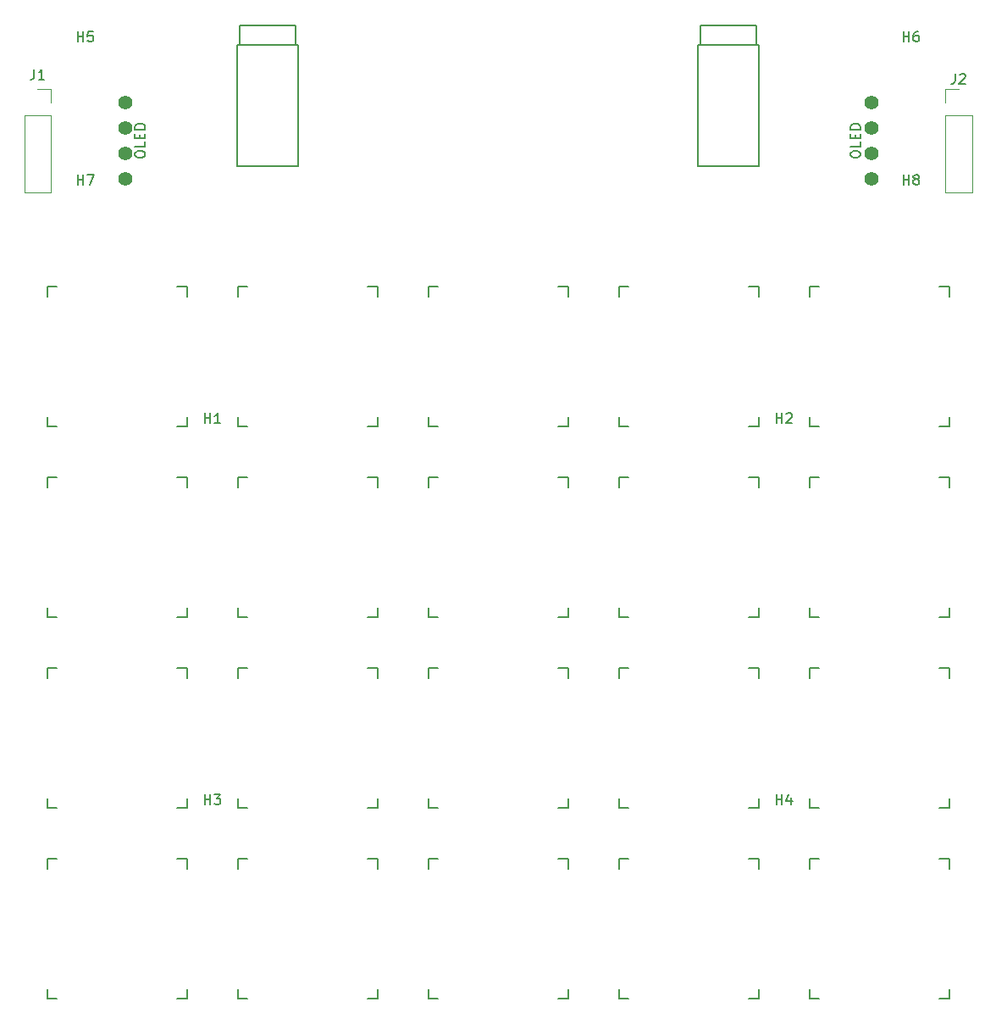
<source format=gbr>
%TF.GenerationSoftware,KiCad,Pcbnew,(6.0.4-0)*%
%TF.CreationDate,2022-07-25T20:49:22-05:00*%
%TF.ProjectId,beyblock20,62657962-6c6f-4636-9b32-302e6b696361,rev?*%
%TF.SameCoordinates,Original*%
%TF.FileFunction,Legend,Top*%
%TF.FilePolarity,Positive*%
%FSLAX46Y46*%
G04 Gerber Fmt 4.6, Leading zero omitted, Abs format (unit mm)*
G04 Created by KiCad (PCBNEW (6.0.4-0)) date 2022-07-25 20:49:22*
%MOMM*%
%LPD*%
G01*
G04 APERTURE LIST*
%ADD10C,0.150000*%
%ADD11C,0.120000*%
%ADD12C,1.397000*%
G04 APERTURE END LIST*
D10*
%TO.C,J1*%
X68722916Y-23044880D02*
X68722916Y-23759166D01*
X68675297Y-23902023D01*
X68580059Y-23997261D01*
X68437202Y-24044880D01*
X68341964Y-24044880D01*
X69722916Y-24044880D02*
X69151488Y-24044880D01*
X69437202Y-24044880D02*
X69437202Y-23044880D01*
X69341964Y-23187738D01*
X69246726Y-23282976D01*
X69151488Y-23330595D01*
%TO.C,H7*%
X73056845Y-34558630D02*
X73056845Y-33558630D01*
X73056845Y-34034821D02*
X73628273Y-34034821D01*
X73628273Y-34558630D02*
X73628273Y-33558630D01*
X74009226Y-33558630D02*
X74675892Y-33558630D01*
X74247321Y-34558630D01*
%TO.C,H1*%
X85756845Y-58371130D02*
X85756845Y-57371130D01*
X85756845Y-57847321D02*
X86328273Y-57847321D01*
X86328273Y-58371130D02*
X86328273Y-57371130D01*
X87328273Y-58371130D02*
X86756845Y-58371130D01*
X87042559Y-58371130D02*
X87042559Y-57371130D01*
X86947321Y-57513988D01*
X86852083Y-57609226D01*
X86756845Y-57656845D01*
%TO.C,H2*%
X142906845Y-58371130D02*
X142906845Y-57371130D01*
X142906845Y-57847321D02*
X143478273Y-57847321D01*
X143478273Y-58371130D02*
X143478273Y-57371130D01*
X143906845Y-57466369D02*
X143954464Y-57418750D01*
X144049702Y-57371130D01*
X144287797Y-57371130D01*
X144383035Y-57418750D01*
X144430654Y-57466369D01*
X144478273Y-57561607D01*
X144478273Y-57656845D01*
X144430654Y-57799702D01*
X143859226Y-58371130D01*
X144478273Y-58371130D01*
%TO.C,OL1*%
X150302380Y-31614880D02*
X150302380Y-31424404D01*
X150350000Y-31329166D01*
X150445238Y-31233928D01*
X150635714Y-31186309D01*
X150969047Y-31186309D01*
X151159523Y-31233928D01*
X151254761Y-31329166D01*
X151302380Y-31424404D01*
X151302380Y-31614880D01*
X151254761Y-31710119D01*
X151159523Y-31805357D01*
X150969047Y-31852976D01*
X150635714Y-31852976D01*
X150445238Y-31805357D01*
X150350000Y-31710119D01*
X150302380Y-31614880D01*
X151302380Y-30281547D02*
X151302380Y-30757738D01*
X150302380Y-30757738D01*
X150778571Y-29948214D02*
X150778571Y-29614880D01*
X151302380Y-29472023D02*
X151302380Y-29948214D01*
X150302380Y-29948214D01*
X150302380Y-29472023D01*
X151302380Y-29043452D02*
X150302380Y-29043452D01*
X150302380Y-28805357D01*
X150350000Y-28662500D01*
X150445238Y-28567261D01*
X150540476Y-28519642D01*
X150730952Y-28472023D01*
X150873809Y-28472023D01*
X151064285Y-28519642D01*
X151159523Y-28567261D01*
X151254761Y-28662500D01*
X151302380Y-28805357D01*
X151302380Y-29043452D01*
%TO.C,H4*%
X142906845Y-96471130D02*
X142906845Y-95471130D01*
X142906845Y-95947321D02*
X143478273Y-95947321D01*
X143478273Y-96471130D02*
X143478273Y-95471130D01*
X144383035Y-95804464D02*
X144383035Y-96471130D01*
X144144940Y-95423511D02*
X143906845Y-96137797D01*
X144525892Y-96137797D01*
%TO.C,J2*%
X160797916Y-23484880D02*
X160797916Y-24199166D01*
X160750297Y-24342023D01*
X160655059Y-24437261D01*
X160512202Y-24484880D01*
X160416964Y-24484880D01*
X161226488Y-23580119D02*
X161274107Y-23532500D01*
X161369345Y-23484880D01*
X161607440Y-23484880D01*
X161702678Y-23532500D01*
X161750297Y-23580119D01*
X161797916Y-23675357D01*
X161797916Y-23770595D01*
X161750297Y-23913452D01*
X161178869Y-24484880D01*
X161797916Y-24484880D01*
%TO.C,H6*%
X155606845Y-20271130D02*
X155606845Y-19271130D01*
X155606845Y-19747321D02*
X156178273Y-19747321D01*
X156178273Y-20271130D02*
X156178273Y-19271130D01*
X157083035Y-19271130D02*
X156892559Y-19271130D01*
X156797321Y-19318750D01*
X156749702Y-19366369D01*
X156654464Y-19509226D01*
X156606845Y-19699702D01*
X156606845Y-20080654D01*
X156654464Y-20175892D01*
X156702083Y-20223511D01*
X156797321Y-20271130D01*
X156987797Y-20271130D01*
X157083035Y-20223511D01*
X157130654Y-20175892D01*
X157178273Y-20080654D01*
X157178273Y-19842559D01*
X157130654Y-19747321D01*
X157083035Y-19699702D01*
X156987797Y-19652083D01*
X156797321Y-19652083D01*
X156702083Y-19699702D01*
X156654464Y-19747321D01*
X156606845Y-19842559D01*
%TO.C,H3*%
X85756845Y-96471130D02*
X85756845Y-95471130D01*
X85756845Y-95947321D02*
X86328273Y-95947321D01*
X86328273Y-96471130D02*
X86328273Y-95471130D01*
X86709226Y-95471130D02*
X87328273Y-95471130D01*
X86994940Y-95852083D01*
X87137797Y-95852083D01*
X87233035Y-95899702D01*
X87280654Y-95947321D01*
X87328273Y-96042559D01*
X87328273Y-96280654D01*
X87280654Y-96375892D01*
X87233035Y-96423511D01*
X87137797Y-96471130D01*
X86852083Y-96471130D01*
X86756845Y-96423511D01*
X86709226Y-96375892D01*
%TO.C,H8*%
X155606845Y-34558630D02*
X155606845Y-33558630D01*
X155606845Y-34034821D02*
X156178273Y-34034821D01*
X156178273Y-34558630D02*
X156178273Y-33558630D01*
X156797321Y-33987202D02*
X156702083Y-33939583D01*
X156654464Y-33891964D01*
X156606845Y-33796726D01*
X156606845Y-33749107D01*
X156654464Y-33653869D01*
X156702083Y-33606250D01*
X156797321Y-33558630D01*
X156987797Y-33558630D01*
X157083035Y-33606250D01*
X157130654Y-33653869D01*
X157178273Y-33749107D01*
X157178273Y-33796726D01*
X157130654Y-33891964D01*
X157083035Y-33939583D01*
X156987797Y-33987202D01*
X156797321Y-33987202D01*
X156702083Y-34034821D01*
X156654464Y-34082440D01*
X156606845Y-34177678D01*
X156606845Y-34368154D01*
X156654464Y-34463392D01*
X156702083Y-34511011D01*
X156797321Y-34558630D01*
X156987797Y-34558630D01*
X157083035Y-34511011D01*
X157130654Y-34463392D01*
X157178273Y-34368154D01*
X157178273Y-34177678D01*
X157130654Y-34082440D01*
X157083035Y-34034821D01*
X156987797Y-33987202D01*
%TO.C,OL2*%
X78789880Y-31614880D02*
X78789880Y-31424404D01*
X78837500Y-31329166D01*
X78932738Y-31233928D01*
X79123214Y-31186309D01*
X79456547Y-31186309D01*
X79647023Y-31233928D01*
X79742261Y-31329166D01*
X79789880Y-31424404D01*
X79789880Y-31614880D01*
X79742261Y-31710119D01*
X79647023Y-31805357D01*
X79456547Y-31852976D01*
X79123214Y-31852976D01*
X78932738Y-31805357D01*
X78837500Y-31710119D01*
X78789880Y-31614880D01*
X79789880Y-30281547D02*
X79789880Y-30757738D01*
X78789880Y-30757738D01*
X79266071Y-29948214D02*
X79266071Y-29614880D01*
X79789880Y-29472023D02*
X79789880Y-29948214D01*
X78789880Y-29948214D01*
X78789880Y-29472023D01*
X79789880Y-29043452D02*
X78789880Y-29043452D01*
X78789880Y-28805357D01*
X78837500Y-28662500D01*
X78932738Y-28567261D01*
X79027976Y-28519642D01*
X79218452Y-28472023D01*
X79361309Y-28472023D01*
X79551785Y-28519642D01*
X79647023Y-28567261D01*
X79742261Y-28662500D01*
X79789880Y-28805357D01*
X79789880Y-29043452D01*
%TO.C,H5*%
X73056845Y-20271130D02*
X73056845Y-19271130D01*
X73056845Y-19747321D02*
X73628273Y-19747321D01*
X73628273Y-20271130D02*
X73628273Y-19271130D01*
X74580654Y-19271130D02*
X74104464Y-19271130D01*
X74056845Y-19747321D01*
X74104464Y-19699702D01*
X74199702Y-19652083D01*
X74437797Y-19652083D01*
X74533035Y-19699702D01*
X74580654Y-19747321D01*
X74628273Y-19842559D01*
X74628273Y-20080654D01*
X74580654Y-20175892D01*
X74533035Y-20223511D01*
X74437797Y-20271130D01*
X74199702Y-20271130D01*
X74104464Y-20223511D01*
X74056845Y-20175892D01*
%TO.C,U3*%
X140912500Y-18637500D02*
X135312500Y-18637500D01*
X135312500Y-20637500D02*
X135312500Y-18637500D01*
X140912500Y-20637500D02*
X140912500Y-18637500D01*
X135062500Y-20637500D02*
X135062500Y-32737500D01*
X141162500Y-20637500D02*
X141162500Y-32737500D01*
X141162500Y-32737500D02*
X135062500Y-32737500D01*
X141162500Y-20637500D02*
X135062500Y-20637500D01*
%TO.C,U2*%
X94875000Y-18637500D02*
X89275000Y-18637500D01*
X89275000Y-20637500D02*
X89275000Y-18637500D01*
X94875000Y-20637500D02*
X94875000Y-18637500D01*
X89025000Y-20637500D02*
X89025000Y-32737500D01*
X95125000Y-20637500D02*
X95125000Y-32737500D01*
X95125000Y-32737500D02*
X89025000Y-32737500D01*
X95125000Y-20637500D02*
X89025000Y-20637500D01*
D11*
%TO.C,J1*%
X70386250Y-27632500D02*
X70386250Y-35312500D01*
X70386250Y-25032500D02*
X70386250Y-26362500D01*
X67726250Y-27632500D02*
X70386250Y-27632500D01*
X67726250Y-35312500D02*
X70386250Y-35312500D01*
X67726250Y-27632500D02*
X67726250Y-35312500D01*
X69056250Y-25032500D02*
X70386250Y-25032500D01*
D10*
%TO.C,SW19*%
X89043750Y-115887500D02*
X89043750Y-114887500D01*
X103043750Y-101887500D02*
X103043750Y-102887500D01*
X102043750Y-115887500D02*
X103043750Y-115887500D01*
X89043750Y-102887500D02*
X89043750Y-101887500D01*
X103043750Y-101887500D02*
X102043750Y-101887500D01*
X89043750Y-115887500D02*
X90043750Y-115887500D01*
X90043750Y-101887500D02*
X89043750Y-101887500D01*
X103043750Y-114887500D02*
X103043750Y-115887500D01*
%TO.C,SW12*%
X141143750Y-82837500D02*
X141143750Y-83837500D01*
X128143750Y-82837500D02*
X127143750Y-82837500D01*
X127143750Y-96837500D02*
X127143750Y-95837500D01*
X141143750Y-95837500D02*
X141143750Y-96837500D01*
X140143750Y-96837500D02*
X141143750Y-96837500D01*
X141143750Y-82837500D02*
X140143750Y-82837500D01*
X127143750Y-96837500D02*
X128143750Y-96837500D01*
X127143750Y-83837500D02*
X127143750Y-82837500D01*
%TO.C,SW11*%
X146193750Y-96837500D02*
X146193750Y-95837500D01*
X147193750Y-82837500D02*
X146193750Y-82837500D01*
X146193750Y-83837500D02*
X146193750Y-82837500D01*
X160193750Y-95837500D02*
X160193750Y-96837500D01*
X146193750Y-96837500D02*
X147193750Y-96837500D01*
X160193750Y-82837500D02*
X160193750Y-83837500D01*
X160193750Y-82837500D02*
X159193750Y-82837500D01*
X159193750Y-96837500D02*
X160193750Y-96837500D01*
%TO.C,SW4*%
X103043750Y-44737500D02*
X103043750Y-45737500D01*
X103043750Y-57737500D02*
X103043750Y-58737500D01*
X102043750Y-58737500D02*
X103043750Y-58737500D01*
X89043750Y-45737500D02*
X89043750Y-44737500D01*
X90043750Y-44737500D02*
X89043750Y-44737500D01*
X89043750Y-58737500D02*
X89043750Y-57737500D01*
X89043750Y-58737500D02*
X90043750Y-58737500D01*
X103043750Y-44737500D02*
X102043750Y-44737500D01*
%TO.C,SW5*%
X82993750Y-58737500D02*
X83993750Y-58737500D01*
X83993750Y-44737500D02*
X83993750Y-45737500D01*
X69993750Y-58737500D02*
X69993750Y-57737500D01*
X70993750Y-44737500D02*
X69993750Y-44737500D01*
X69993750Y-45737500D02*
X69993750Y-44737500D01*
X83993750Y-57737500D02*
X83993750Y-58737500D01*
X69993750Y-58737500D02*
X70993750Y-58737500D01*
X83993750Y-44737500D02*
X82993750Y-44737500D01*
%TO.C,SW7*%
X141143750Y-63787500D02*
X141143750Y-64787500D01*
X127143750Y-77787500D02*
X128143750Y-77787500D01*
X127143750Y-77787500D02*
X127143750Y-76787500D01*
X140143750Y-77787500D02*
X141143750Y-77787500D01*
X128143750Y-63787500D02*
X127143750Y-63787500D01*
X127143750Y-64787500D02*
X127143750Y-63787500D01*
X141143750Y-76787500D02*
X141143750Y-77787500D01*
X141143750Y-63787500D02*
X140143750Y-63787500D01*
%TO.C,SW14*%
X103043750Y-95837500D02*
X103043750Y-96837500D01*
X102043750Y-96837500D02*
X103043750Y-96837500D01*
X103043750Y-82837500D02*
X102043750Y-82837500D01*
X89043750Y-96837500D02*
X89043750Y-95837500D01*
X89043750Y-96837500D02*
X90043750Y-96837500D01*
X90043750Y-82837500D02*
X89043750Y-82837500D01*
X103043750Y-82837500D02*
X103043750Y-83837500D01*
X89043750Y-83837500D02*
X89043750Y-82837500D01*
%TO.C,SW9*%
X90043750Y-63787500D02*
X89043750Y-63787500D01*
X89043750Y-77787500D02*
X90043750Y-77787500D01*
X103043750Y-63787500D02*
X102043750Y-63787500D01*
X89043750Y-77787500D02*
X89043750Y-76787500D01*
X103043750Y-63787500D02*
X103043750Y-64787500D01*
X102043750Y-77787500D02*
X103043750Y-77787500D01*
X89043750Y-64787500D02*
X89043750Y-63787500D01*
X103043750Y-76787500D02*
X103043750Y-77787500D01*
D11*
%TO.C,J2*%
X159801250Y-27632500D02*
X159801250Y-35312500D01*
X159801250Y-26362500D02*
X159801250Y-25032500D01*
X159801250Y-27632500D02*
X162461250Y-27632500D01*
X159801250Y-35312500D02*
X162461250Y-35312500D01*
X162461250Y-27632500D02*
X162461250Y-35312500D01*
X159801250Y-25032500D02*
X161131250Y-25032500D01*
D10*
%TO.C,SW17*%
X127143750Y-115887500D02*
X127143750Y-114887500D01*
X141143750Y-114887500D02*
X141143750Y-115887500D01*
X127143750Y-115887500D02*
X128143750Y-115887500D01*
X128143750Y-101887500D02*
X127143750Y-101887500D01*
X141143750Y-101887500D02*
X141143750Y-102887500D01*
X141143750Y-101887500D02*
X140143750Y-101887500D01*
X127143750Y-102887500D02*
X127143750Y-101887500D01*
X140143750Y-115887500D02*
X141143750Y-115887500D01*
%TO.C,SW2*%
X141143750Y-57737500D02*
X141143750Y-58737500D01*
X128143750Y-44737500D02*
X127143750Y-44737500D01*
X140143750Y-58737500D02*
X141143750Y-58737500D01*
X141143750Y-44737500D02*
X141143750Y-45737500D01*
X127143750Y-58737500D02*
X128143750Y-58737500D01*
X141143750Y-44737500D02*
X140143750Y-44737500D01*
X127143750Y-58737500D02*
X127143750Y-57737500D01*
X127143750Y-45737500D02*
X127143750Y-44737500D01*
%TO.C,SW6*%
X146193750Y-77787500D02*
X146193750Y-76787500D01*
X160193750Y-76787500D02*
X160193750Y-77787500D01*
X160193750Y-63787500D02*
X160193750Y-64787500D01*
X159193750Y-77787500D02*
X160193750Y-77787500D01*
X146193750Y-77787500D02*
X147193750Y-77787500D01*
X147193750Y-63787500D02*
X146193750Y-63787500D01*
X160193750Y-63787500D02*
X159193750Y-63787500D01*
X146193750Y-64787500D02*
X146193750Y-63787500D01*
%TO.C,SW16*%
X146193750Y-115887500D02*
X146193750Y-114887500D01*
X146193750Y-115887500D02*
X147193750Y-115887500D01*
X160193750Y-101887500D02*
X160193750Y-102887500D01*
X147193750Y-101887500D02*
X146193750Y-101887500D01*
X159193750Y-115887500D02*
X160193750Y-115887500D01*
X160193750Y-101887500D02*
X159193750Y-101887500D01*
X146193750Y-102887500D02*
X146193750Y-101887500D01*
X160193750Y-114887500D02*
X160193750Y-115887500D01*
%TO.C,SW13*%
X108093750Y-96837500D02*
X108093750Y-95837500D01*
X109093750Y-82837500D02*
X108093750Y-82837500D01*
X122093750Y-82837500D02*
X122093750Y-83837500D01*
X122093750Y-95837500D02*
X122093750Y-96837500D01*
X121093750Y-96837500D02*
X122093750Y-96837500D01*
X108093750Y-96837500D02*
X109093750Y-96837500D01*
X108093750Y-83837500D02*
X108093750Y-82837500D01*
X122093750Y-82837500D02*
X121093750Y-82837500D01*
%TO.C,SW3*%
X122093750Y-57737500D02*
X122093750Y-58737500D01*
X108093750Y-58737500D02*
X109093750Y-58737500D01*
X122093750Y-44737500D02*
X122093750Y-45737500D01*
X108093750Y-45737500D02*
X108093750Y-44737500D01*
X121093750Y-58737500D02*
X122093750Y-58737500D01*
X108093750Y-58737500D02*
X108093750Y-57737500D01*
X122093750Y-44737500D02*
X121093750Y-44737500D01*
X109093750Y-44737500D02*
X108093750Y-44737500D01*
%TO.C,SW10*%
X69993750Y-77787500D02*
X69993750Y-76787500D01*
X83993750Y-63787500D02*
X82993750Y-63787500D01*
X69993750Y-64787500D02*
X69993750Y-63787500D01*
X69993750Y-77787500D02*
X70993750Y-77787500D01*
X70993750Y-63787500D02*
X69993750Y-63787500D01*
X83993750Y-76787500D02*
X83993750Y-77787500D01*
X82993750Y-77787500D02*
X83993750Y-77787500D01*
X83993750Y-63787500D02*
X83993750Y-64787500D01*
%TO.C,SW1*%
X160193750Y-44737500D02*
X159193750Y-44737500D01*
X159193750Y-58737500D02*
X160193750Y-58737500D01*
X147193750Y-44737500D02*
X146193750Y-44737500D01*
X160193750Y-44737500D02*
X160193750Y-45737500D01*
X146193750Y-45737500D02*
X146193750Y-44737500D01*
X146193750Y-58737500D02*
X146193750Y-57737500D01*
X160193750Y-57737500D02*
X160193750Y-58737500D01*
X146193750Y-58737500D02*
X147193750Y-58737500D01*
%TO.C,SW18*%
X108093750Y-102887500D02*
X108093750Y-101887500D01*
X108093750Y-115887500D02*
X109093750Y-115887500D01*
X122093750Y-101887500D02*
X122093750Y-102887500D01*
X109093750Y-101887500D02*
X108093750Y-101887500D01*
X121093750Y-115887500D02*
X122093750Y-115887500D01*
X122093750Y-101887500D02*
X121093750Y-101887500D01*
X108093750Y-115887500D02*
X108093750Y-114887500D01*
X122093750Y-114887500D02*
X122093750Y-115887500D01*
%TO.C,SW15*%
X82993750Y-96837500D02*
X83993750Y-96837500D01*
X83993750Y-82837500D02*
X82993750Y-82837500D01*
X70993750Y-82837500D02*
X69993750Y-82837500D01*
X69993750Y-96837500D02*
X70993750Y-96837500D01*
X83993750Y-82837500D02*
X83993750Y-83837500D01*
X69993750Y-83837500D02*
X69993750Y-82837500D01*
X69993750Y-96837500D02*
X69993750Y-95837500D01*
X83993750Y-95837500D02*
X83993750Y-96837500D01*
%TO.C,SW8*%
X108093750Y-77787500D02*
X108093750Y-76787500D01*
X108093750Y-64787500D02*
X108093750Y-63787500D01*
X122093750Y-63787500D02*
X121093750Y-63787500D01*
X122093750Y-63787500D02*
X122093750Y-64787500D01*
X122093750Y-76787500D02*
X122093750Y-77787500D01*
X121093750Y-77787500D02*
X122093750Y-77787500D01*
X109093750Y-63787500D02*
X108093750Y-63787500D01*
X108093750Y-77787500D02*
X109093750Y-77787500D01*
%TO.C,SW20*%
X83993750Y-114887500D02*
X83993750Y-115887500D01*
X69993750Y-102887500D02*
X69993750Y-101887500D01*
X69993750Y-115887500D02*
X70993750Y-115887500D01*
X83993750Y-101887500D02*
X82993750Y-101887500D01*
X82993750Y-115887500D02*
X83993750Y-115887500D01*
X83993750Y-101887500D02*
X83993750Y-102887500D01*
X70993750Y-101887500D02*
X69993750Y-101887500D01*
X69993750Y-115887500D02*
X69993750Y-114887500D01*
%TD*%
D12*
%TO.C,OL1*%
X152400000Y-33972500D03*
X152400000Y-31432500D03*
X152400000Y-28892500D03*
X152400000Y-26352500D03*
%TD*%
%TO.C,OL2*%
X77787500Y-26352500D03*
X77787500Y-28892500D03*
X77787500Y-31432500D03*
X77787500Y-33972500D03*
%TD*%
M02*

</source>
